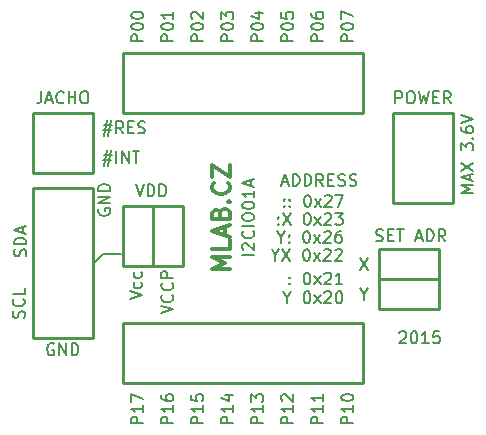
<source format=gbr>
G04 #@! TF.FileFunction,Legend,Top*
%FSLAX46Y46*%
G04 Gerber Fmt 4.6, Leading zero omitted, Abs format (unit mm)*
G04 Created by KiCad (PCBNEW 0.201503110816+5502~22~ubuntu14.04.1-product) date St 11. březen 2015, 23:46:55 CET*
%MOMM*%
G01*
G04 APERTURE LIST*
%ADD10C,0.100000*%
%ADD11C,0.200000*%
%ADD12C,0.300000*%
%ADD13C,0.254000*%
G04 APERTURE END LIST*
D10*
D11*
X8509000Y7112000D02*
X10033000Y7112000D01*
X7747000Y6350000D02*
X8509000Y7112000D01*
X23344524Y9675857D02*
X23392143Y9628238D01*
X23344524Y9580619D01*
X23296905Y9628238D01*
X23344524Y9675857D01*
X23344524Y9580619D01*
X23344524Y10199667D02*
X23392143Y10152048D01*
X23344524Y10104429D01*
X23296905Y10152048D01*
X23344524Y10199667D01*
X23344524Y10104429D01*
X23725476Y10580619D02*
X24392143Y9580619D01*
X24392143Y10580619D02*
X23725476Y9580619D01*
X25725476Y10580619D02*
X25820715Y10580619D01*
X25915953Y10533000D01*
X25963572Y10485381D01*
X26011191Y10390143D01*
X26058810Y10199667D01*
X26058810Y9961571D01*
X26011191Y9771095D01*
X25963572Y9675857D01*
X25915953Y9628238D01*
X25820715Y9580619D01*
X25725476Y9580619D01*
X25630238Y9628238D01*
X25582619Y9675857D01*
X25535000Y9771095D01*
X25487381Y9961571D01*
X25487381Y10199667D01*
X25535000Y10390143D01*
X25582619Y10485381D01*
X25630238Y10533000D01*
X25725476Y10580619D01*
X26392143Y9580619D02*
X26915953Y10247286D01*
X26392143Y10247286D02*
X26915953Y9580619D01*
X27249286Y10485381D02*
X27296905Y10533000D01*
X27392143Y10580619D01*
X27630239Y10580619D01*
X27725477Y10533000D01*
X27773096Y10485381D01*
X27820715Y10390143D01*
X27820715Y10294905D01*
X27773096Y10152048D01*
X27201667Y9580619D01*
X27820715Y9580619D01*
X28154048Y10580619D02*
X28773096Y10580619D01*
X28439762Y10199667D01*
X28582620Y10199667D01*
X28677858Y10152048D01*
X28725477Y10104429D01*
X28773096Y10009190D01*
X28773096Y9771095D01*
X28725477Y9675857D01*
X28677858Y9628238D01*
X28582620Y9580619D01*
X28296905Y9580619D01*
X28201667Y9628238D01*
X28154048Y9675857D01*
X10755381Y3270238D02*
X11755381Y3603571D01*
X10755381Y3936905D01*
X11707762Y4698810D02*
X11755381Y4603572D01*
X11755381Y4413095D01*
X11707762Y4317857D01*
X11660143Y4270238D01*
X11564905Y4222619D01*
X11279190Y4222619D01*
X11183952Y4270238D01*
X11136333Y4317857D01*
X11088714Y4413095D01*
X11088714Y4603572D01*
X11136333Y4698810D01*
X11707762Y5555953D02*
X11755381Y5460715D01*
X11755381Y5270238D01*
X11707762Y5175000D01*
X11660143Y5127381D01*
X11564905Y5079762D01*
X11279190Y5079762D01*
X11183952Y5127381D01*
X11136333Y5175000D01*
X11088714Y5270238D01*
X11088714Y5460715D01*
X11136333Y5555953D01*
X13422381Y2080095D02*
X14422381Y2413428D01*
X13422381Y2746762D01*
X14327143Y3651524D02*
X14374762Y3603905D01*
X14422381Y3461048D01*
X14422381Y3365810D01*
X14374762Y3222952D01*
X14279524Y3127714D01*
X14184286Y3080095D01*
X13993810Y3032476D01*
X13850952Y3032476D01*
X13660476Y3080095D01*
X13565238Y3127714D01*
X13470000Y3222952D01*
X13422381Y3365810D01*
X13422381Y3461048D01*
X13470000Y3603905D01*
X13517619Y3651524D01*
X14327143Y4651524D02*
X14374762Y4603905D01*
X14422381Y4461048D01*
X14422381Y4365810D01*
X14374762Y4222952D01*
X14279524Y4127714D01*
X14184286Y4080095D01*
X13993810Y4032476D01*
X13850952Y4032476D01*
X13660476Y4080095D01*
X13565238Y4127714D01*
X13470000Y4222952D01*
X13422381Y4365810D01*
X13422381Y4461048D01*
X13470000Y4603905D01*
X13517619Y4651524D01*
X14422381Y5080095D02*
X13422381Y5080095D01*
X13422381Y5461048D01*
X13470000Y5556286D01*
X13517619Y5603905D01*
X13612857Y5651524D01*
X13755714Y5651524D01*
X13850952Y5603905D01*
X13898571Y5556286D01*
X13946190Y5461048D01*
X13946190Y5080095D01*
X11271238Y12993619D02*
X11604571Y11993619D01*
X11937905Y12993619D01*
X12271238Y11993619D02*
X12271238Y12993619D01*
X12509333Y12993619D01*
X12652191Y12946000D01*
X12747429Y12850762D01*
X12795048Y12755524D01*
X12842667Y12565048D01*
X12842667Y12422190D01*
X12795048Y12231714D01*
X12747429Y12136476D01*
X12652191Y12041238D01*
X12509333Y11993619D01*
X12271238Y11993619D01*
X13271238Y11993619D02*
X13271238Y12993619D01*
X13509333Y12993619D01*
X13652191Y12946000D01*
X13747429Y12850762D01*
X13795048Y12755524D01*
X13842667Y12565048D01*
X13842667Y12422190D01*
X13795048Y12231714D01*
X13747429Y12136476D01*
X13652191Y12041238D01*
X13509333Y11993619D01*
X13271238Y11993619D01*
X33591714Y452381D02*
X33639333Y500000D01*
X33734571Y547619D01*
X33972667Y547619D01*
X34067905Y500000D01*
X34115524Y452381D01*
X34163143Y357143D01*
X34163143Y261905D01*
X34115524Y119048D01*
X33544095Y-452381D01*
X34163143Y-452381D01*
X34782190Y547619D02*
X34877429Y547619D01*
X34972667Y500000D01*
X35020286Y452381D01*
X35067905Y357143D01*
X35115524Y166667D01*
X35115524Y-71429D01*
X35067905Y-261905D01*
X35020286Y-357143D01*
X34972667Y-404762D01*
X34877429Y-452381D01*
X34782190Y-452381D01*
X34686952Y-404762D01*
X34639333Y-357143D01*
X34591714Y-261905D01*
X34544095Y-71429D01*
X34544095Y166667D01*
X34591714Y357143D01*
X34639333Y452381D01*
X34686952Y500000D01*
X34782190Y547619D01*
X36067905Y-452381D02*
X35496476Y-452381D01*
X35782190Y-452381D02*
X35782190Y547619D01*
X35686952Y404762D01*
X35591714Y309524D01*
X35496476Y261905D01*
X36972667Y547619D02*
X36496476Y547619D01*
X36448857Y71429D01*
X36496476Y119048D01*
X36591714Y166667D01*
X36829810Y166667D01*
X36925048Y119048D01*
X36972667Y71429D01*
X37020286Y-23810D01*
X37020286Y-261905D01*
X36972667Y-357143D01*
X36925048Y-404762D01*
X36829810Y-452381D01*
X36591714Y-452381D01*
X36496476Y-404762D01*
X36448857Y-357143D01*
X3246667Y20867619D02*
X3246667Y20153333D01*
X3199047Y20010476D01*
X3103809Y19915238D01*
X2960952Y19867619D01*
X2865714Y19867619D01*
X3675238Y20153333D02*
X4151429Y20153333D01*
X3580000Y19867619D02*
X3913333Y20867619D01*
X4246667Y19867619D01*
X5151429Y19962857D02*
X5103810Y19915238D01*
X4960953Y19867619D01*
X4865715Y19867619D01*
X4722857Y19915238D01*
X4627619Y20010476D01*
X4580000Y20105714D01*
X4532381Y20296190D01*
X4532381Y20439048D01*
X4580000Y20629524D01*
X4627619Y20724762D01*
X4722857Y20820000D01*
X4865715Y20867619D01*
X4960953Y20867619D01*
X5103810Y20820000D01*
X5151429Y20772381D01*
X5580000Y19867619D02*
X5580000Y20867619D01*
X5580000Y20391429D02*
X6151429Y20391429D01*
X6151429Y19867619D02*
X6151429Y20867619D01*
X6818095Y20867619D02*
X7008572Y20867619D01*
X7103810Y20820000D01*
X7199048Y20724762D01*
X7246667Y20534286D01*
X7246667Y20200952D01*
X7199048Y20010476D01*
X7103810Y19915238D01*
X7008572Y19867619D01*
X6818095Y19867619D01*
X6722857Y19915238D01*
X6627619Y20010476D01*
X6580000Y20200952D01*
X6580000Y20534286D01*
X6627619Y20724762D01*
X6722857Y20820000D01*
X6818095Y20867619D01*
X21280381Y7040953D02*
X20280381Y7040953D01*
X20375619Y7469524D02*
X20328000Y7517143D01*
X20280381Y7612381D01*
X20280381Y7850477D01*
X20328000Y7945715D01*
X20375619Y7993334D01*
X20470857Y8040953D01*
X20566095Y8040953D01*
X20708952Y7993334D01*
X21280381Y7421905D01*
X21280381Y8040953D01*
X21185143Y9040953D02*
X21232762Y8993334D01*
X21280381Y8850477D01*
X21280381Y8755239D01*
X21232762Y8612381D01*
X21137524Y8517143D01*
X21042286Y8469524D01*
X20851810Y8421905D01*
X20708952Y8421905D01*
X20518476Y8469524D01*
X20423238Y8517143D01*
X20328000Y8612381D01*
X20280381Y8755239D01*
X20280381Y8850477D01*
X20328000Y8993334D01*
X20375619Y9040953D01*
X21280381Y9469524D02*
X20280381Y9469524D01*
X20280381Y10136190D02*
X20280381Y10326667D01*
X20328000Y10421905D01*
X20423238Y10517143D01*
X20613714Y10564762D01*
X20947048Y10564762D01*
X21137524Y10517143D01*
X21232762Y10421905D01*
X21280381Y10326667D01*
X21280381Y10136190D01*
X21232762Y10040952D01*
X21137524Y9945714D01*
X20947048Y9898095D01*
X20613714Y9898095D01*
X20423238Y9945714D01*
X20328000Y10040952D01*
X20280381Y10136190D01*
X20280381Y11183809D02*
X20280381Y11279048D01*
X20328000Y11374286D01*
X20375619Y11421905D01*
X20470857Y11469524D01*
X20661333Y11517143D01*
X20899429Y11517143D01*
X21089905Y11469524D01*
X21185143Y11421905D01*
X21232762Y11374286D01*
X21280381Y11279048D01*
X21280381Y11183809D01*
X21232762Y11088571D01*
X21185143Y11040952D01*
X21089905Y10993333D01*
X20899429Y10945714D01*
X20661333Y10945714D01*
X20470857Y10993333D01*
X20375619Y11040952D01*
X20328000Y11088571D01*
X20280381Y11183809D01*
X21280381Y12469524D02*
X21280381Y11898095D01*
X21280381Y12183809D02*
X20280381Y12183809D01*
X20423238Y12088571D01*
X20518476Y11993333D01*
X20566095Y11898095D01*
X20994667Y12850476D02*
X20994667Y13326667D01*
X21280381Y12755238D02*
X20280381Y13088571D01*
X21280381Y13421905D01*
D12*
X19220571Y5838572D02*
X17720571Y5838572D01*
X18792000Y6338572D01*
X17720571Y6838572D01*
X19220571Y6838572D01*
X19220571Y8267144D02*
X19220571Y7552858D01*
X17720571Y7552858D01*
X18792000Y8695715D02*
X18792000Y9410001D01*
X19220571Y8552858D02*
X17720571Y9052858D01*
X19220571Y9552858D01*
X18434857Y10552858D02*
X18506286Y10767144D01*
X18577714Y10838572D01*
X18720571Y10910001D01*
X18934857Y10910001D01*
X19077714Y10838572D01*
X19149143Y10767144D01*
X19220571Y10624286D01*
X19220571Y10052858D01*
X17720571Y10052858D01*
X17720571Y10552858D01*
X17792000Y10695715D01*
X17863429Y10767144D01*
X18006286Y10838572D01*
X18149143Y10838572D01*
X18292000Y10767144D01*
X18363429Y10695715D01*
X18434857Y10552858D01*
X18434857Y10052858D01*
X19077714Y11552858D02*
X19149143Y11624286D01*
X19220571Y11552858D01*
X19149143Y11481429D01*
X19077714Y11552858D01*
X19220571Y11552858D01*
X19077714Y13124287D02*
X19149143Y13052858D01*
X19220571Y12838572D01*
X19220571Y12695715D01*
X19149143Y12481430D01*
X19006286Y12338572D01*
X18863429Y12267144D01*
X18577714Y12195715D01*
X18363429Y12195715D01*
X18077714Y12267144D01*
X17934857Y12338572D01*
X17792000Y12481430D01*
X17720571Y12695715D01*
X17720571Y12838572D01*
X17792000Y13052858D01*
X17863429Y13124287D01*
X17720571Y13624287D02*
X17720571Y14624287D01*
X19220571Y13624287D01*
X19220571Y14624287D01*
D11*
X29662381Y25130095D02*
X28662381Y25130095D01*
X28662381Y25511048D01*
X28710000Y25606286D01*
X28757619Y25653905D01*
X28852857Y25701524D01*
X28995714Y25701524D01*
X29090952Y25653905D01*
X29138571Y25606286D01*
X29186190Y25511048D01*
X29186190Y25130095D01*
X28662381Y26320571D02*
X28662381Y26415810D01*
X28710000Y26511048D01*
X28757619Y26558667D01*
X28852857Y26606286D01*
X29043333Y26653905D01*
X29281429Y26653905D01*
X29471905Y26606286D01*
X29567143Y26558667D01*
X29614762Y26511048D01*
X29662381Y26415810D01*
X29662381Y26320571D01*
X29614762Y26225333D01*
X29567143Y26177714D01*
X29471905Y26130095D01*
X29281429Y26082476D01*
X29043333Y26082476D01*
X28852857Y26130095D01*
X28757619Y26177714D01*
X28710000Y26225333D01*
X28662381Y26320571D01*
X28662381Y26987238D02*
X28662381Y27653905D01*
X29662381Y27225333D01*
X27122381Y25130095D02*
X26122381Y25130095D01*
X26122381Y25511048D01*
X26170000Y25606286D01*
X26217619Y25653905D01*
X26312857Y25701524D01*
X26455714Y25701524D01*
X26550952Y25653905D01*
X26598571Y25606286D01*
X26646190Y25511048D01*
X26646190Y25130095D01*
X26122381Y26320571D02*
X26122381Y26415810D01*
X26170000Y26511048D01*
X26217619Y26558667D01*
X26312857Y26606286D01*
X26503333Y26653905D01*
X26741429Y26653905D01*
X26931905Y26606286D01*
X27027143Y26558667D01*
X27074762Y26511048D01*
X27122381Y26415810D01*
X27122381Y26320571D01*
X27074762Y26225333D01*
X27027143Y26177714D01*
X26931905Y26130095D01*
X26741429Y26082476D01*
X26503333Y26082476D01*
X26312857Y26130095D01*
X26217619Y26177714D01*
X26170000Y26225333D01*
X26122381Y26320571D01*
X26122381Y27511048D02*
X26122381Y27320571D01*
X26170000Y27225333D01*
X26217619Y27177714D01*
X26360476Y27082476D01*
X26550952Y27034857D01*
X26931905Y27034857D01*
X27027143Y27082476D01*
X27074762Y27130095D01*
X27122381Y27225333D01*
X27122381Y27415810D01*
X27074762Y27511048D01*
X27027143Y27558667D01*
X26931905Y27606286D01*
X26693810Y27606286D01*
X26598571Y27558667D01*
X26550952Y27511048D01*
X26503333Y27415810D01*
X26503333Y27225333D01*
X26550952Y27130095D01*
X26598571Y27082476D01*
X26693810Y27034857D01*
X24582381Y25130095D02*
X23582381Y25130095D01*
X23582381Y25511048D01*
X23630000Y25606286D01*
X23677619Y25653905D01*
X23772857Y25701524D01*
X23915714Y25701524D01*
X24010952Y25653905D01*
X24058571Y25606286D01*
X24106190Y25511048D01*
X24106190Y25130095D01*
X23582381Y26320571D02*
X23582381Y26415810D01*
X23630000Y26511048D01*
X23677619Y26558667D01*
X23772857Y26606286D01*
X23963333Y26653905D01*
X24201429Y26653905D01*
X24391905Y26606286D01*
X24487143Y26558667D01*
X24534762Y26511048D01*
X24582381Y26415810D01*
X24582381Y26320571D01*
X24534762Y26225333D01*
X24487143Y26177714D01*
X24391905Y26130095D01*
X24201429Y26082476D01*
X23963333Y26082476D01*
X23772857Y26130095D01*
X23677619Y26177714D01*
X23630000Y26225333D01*
X23582381Y26320571D01*
X23582381Y27558667D02*
X23582381Y27082476D01*
X24058571Y27034857D01*
X24010952Y27082476D01*
X23963333Y27177714D01*
X23963333Y27415810D01*
X24010952Y27511048D01*
X24058571Y27558667D01*
X24153810Y27606286D01*
X24391905Y27606286D01*
X24487143Y27558667D01*
X24534762Y27511048D01*
X24582381Y27415810D01*
X24582381Y27177714D01*
X24534762Y27082476D01*
X24487143Y27034857D01*
X22042381Y25130095D02*
X21042381Y25130095D01*
X21042381Y25511048D01*
X21090000Y25606286D01*
X21137619Y25653905D01*
X21232857Y25701524D01*
X21375714Y25701524D01*
X21470952Y25653905D01*
X21518571Y25606286D01*
X21566190Y25511048D01*
X21566190Y25130095D01*
X21042381Y26320571D02*
X21042381Y26415810D01*
X21090000Y26511048D01*
X21137619Y26558667D01*
X21232857Y26606286D01*
X21423333Y26653905D01*
X21661429Y26653905D01*
X21851905Y26606286D01*
X21947143Y26558667D01*
X21994762Y26511048D01*
X22042381Y26415810D01*
X22042381Y26320571D01*
X21994762Y26225333D01*
X21947143Y26177714D01*
X21851905Y26130095D01*
X21661429Y26082476D01*
X21423333Y26082476D01*
X21232857Y26130095D01*
X21137619Y26177714D01*
X21090000Y26225333D01*
X21042381Y26320571D01*
X21375714Y27511048D02*
X22042381Y27511048D01*
X20994762Y27272952D02*
X21709048Y27034857D01*
X21709048Y27653905D01*
X19502381Y25130095D02*
X18502381Y25130095D01*
X18502381Y25511048D01*
X18550000Y25606286D01*
X18597619Y25653905D01*
X18692857Y25701524D01*
X18835714Y25701524D01*
X18930952Y25653905D01*
X18978571Y25606286D01*
X19026190Y25511048D01*
X19026190Y25130095D01*
X18502381Y26320571D02*
X18502381Y26415810D01*
X18550000Y26511048D01*
X18597619Y26558667D01*
X18692857Y26606286D01*
X18883333Y26653905D01*
X19121429Y26653905D01*
X19311905Y26606286D01*
X19407143Y26558667D01*
X19454762Y26511048D01*
X19502381Y26415810D01*
X19502381Y26320571D01*
X19454762Y26225333D01*
X19407143Y26177714D01*
X19311905Y26130095D01*
X19121429Y26082476D01*
X18883333Y26082476D01*
X18692857Y26130095D01*
X18597619Y26177714D01*
X18550000Y26225333D01*
X18502381Y26320571D01*
X18502381Y26987238D02*
X18502381Y27606286D01*
X18883333Y27272952D01*
X18883333Y27415810D01*
X18930952Y27511048D01*
X18978571Y27558667D01*
X19073810Y27606286D01*
X19311905Y27606286D01*
X19407143Y27558667D01*
X19454762Y27511048D01*
X19502381Y27415810D01*
X19502381Y27130095D01*
X19454762Y27034857D01*
X19407143Y26987238D01*
X16962381Y25130095D02*
X15962381Y25130095D01*
X15962381Y25511048D01*
X16010000Y25606286D01*
X16057619Y25653905D01*
X16152857Y25701524D01*
X16295714Y25701524D01*
X16390952Y25653905D01*
X16438571Y25606286D01*
X16486190Y25511048D01*
X16486190Y25130095D01*
X15962381Y26320571D02*
X15962381Y26415810D01*
X16010000Y26511048D01*
X16057619Y26558667D01*
X16152857Y26606286D01*
X16343333Y26653905D01*
X16581429Y26653905D01*
X16771905Y26606286D01*
X16867143Y26558667D01*
X16914762Y26511048D01*
X16962381Y26415810D01*
X16962381Y26320571D01*
X16914762Y26225333D01*
X16867143Y26177714D01*
X16771905Y26130095D01*
X16581429Y26082476D01*
X16343333Y26082476D01*
X16152857Y26130095D01*
X16057619Y26177714D01*
X16010000Y26225333D01*
X15962381Y26320571D01*
X16057619Y27034857D02*
X16010000Y27082476D01*
X15962381Y27177714D01*
X15962381Y27415810D01*
X16010000Y27511048D01*
X16057619Y27558667D01*
X16152857Y27606286D01*
X16248095Y27606286D01*
X16390952Y27558667D01*
X16962381Y26987238D01*
X16962381Y27606286D01*
X14422381Y25130095D02*
X13422381Y25130095D01*
X13422381Y25511048D01*
X13470000Y25606286D01*
X13517619Y25653905D01*
X13612857Y25701524D01*
X13755714Y25701524D01*
X13850952Y25653905D01*
X13898571Y25606286D01*
X13946190Y25511048D01*
X13946190Y25130095D01*
X13422381Y26320571D02*
X13422381Y26415810D01*
X13470000Y26511048D01*
X13517619Y26558667D01*
X13612857Y26606286D01*
X13803333Y26653905D01*
X14041429Y26653905D01*
X14231905Y26606286D01*
X14327143Y26558667D01*
X14374762Y26511048D01*
X14422381Y26415810D01*
X14422381Y26320571D01*
X14374762Y26225333D01*
X14327143Y26177714D01*
X14231905Y26130095D01*
X14041429Y26082476D01*
X13803333Y26082476D01*
X13612857Y26130095D01*
X13517619Y26177714D01*
X13470000Y26225333D01*
X13422381Y26320571D01*
X14422381Y27606286D02*
X14422381Y27034857D01*
X14422381Y27320571D02*
X13422381Y27320571D01*
X13565238Y27225333D01*
X13660476Y27130095D01*
X13708095Y27034857D01*
X11882381Y25130095D02*
X10882381Y25130095D01*
X10882381Y25511048D01*
X10930000Y25606286D01*
X10977619Y25653905D01*
X11072857Y25701524D01*
X11215714Y25701524D01*
X11310952Y25653905D01*
X11358571Y25606286D01*
X11406190Y25511048D01*
X11406190Y25130095D01*
X10882381Y26320571D02*
X10882381Y26415810D01*
X10930000Y26511048D01*
X10977619Y26558667D01*
X11072857Y26606286D01*
X11263333Y26653905D01*
X11501429Y26653905D01*
X11691905Y26606286D01*
X11787143Y26558667D01*
X11834762Y26511048D01*
X11882381Y26415810D01*
X11882381Y26320571D01*
X11834762Y26225333D01*
X11787143Y26177714D01*
X11691905Y26130095D01*
X11501429Y26082476D01*
X11263333Y26082476D01*
X11072857Y26130095D01*
X10977619Y26177714D01*
X10930000Y26225333D01*
X10882381Y26320571D01*
X10882381Y27272952D02*
X10882381Y27368191D01*
X10930000Y27463429D01*
X10977619Y27511048D01*
X11072857Y27558667D01*
X11263333Y27606286D01*
X11501429Y27606286D01*
X11691905Y27558667D01*
X11787143Y27511048D01*
X11834762Y27463429D01*
X11882381Y27368191D01*
X11882381Y27272952D01*
X11834762Y27177714D01*
X11787143Y27130095D01*
X11691905Y27082476D01*
X11501429Y27034857D01*
X11263333Y27034857D01*
X11072857Y27082476D01*
X10977619Y27130095D01*
X10930000Y27177714D01*
X10882381Y27272952D01*
X29662381Y-7238667D02*
X28662381Y-7238667D01*
X28662381Y-6857714D01*
X28710000Y-6762476D01*
X28757619Y-6714857D01*
X28852857Y-6667238D01*
X28995714Y-6667238D01*
X29090952Y-6714857D01*
X29138571Y-6762476D01*
X29186190Y-6857714D01*
X29186190Y-7238667D01*
X29662381Y-5714857D02*
X29662381Y-6286286D01*
X29662381Y-6000572D02*
X28662381Y-6000572D01*
X28805238Y-6095810D01*
X28900476Y-6191048D01*
X28948095Y-6286286D01*
X28662381Y-5095810D02*
X28662381Y-5000571D01*
X28710000Y-4905333D01*
X28757619Y-4857714D01*
X28852857Y-4810095D01*
X29043333Y-4762476D01*
X29281429Y-4762476D01*
X29471905Y-4810095D01*
X29567143Y-4857714D01*
X29614762Y-4905333D01*
X29662381Y-5000571D01*
X29662381Y-5095810D01*
X29614762Y-5191048D01*
X29567143Y-5238667D01*
X29471905Y-5286286D01*
X29281429Y-5333905D01*
X29043333Y-5333905D01*
X28852857Y-5286286D01*
X28757619Y-5238667D01*
X28710000Y-5191048D01*
X28662381Y-5095810D01*
X27122381Y-7238667D02*
X26122381Y-7238667D01*
X26122381Y-6857714D01*
X26170000Y-6762476D01*
X26217619Y-6714857D01*
X26312857Y-6667238D01*
X26455714Y-6667238D01*
X26550952Y-6714857D01*
X26598571Y-6762476D01*
X26646190Y-6857714D01*
X26646190Y-7238667D01*
X27122381Y-5714857D02*
X27122381Y-6286286D01*
X27122381Y-6000572D02*
X26122381Y-6000572D01*
X26265238Y-6095810D01*
X26360476Y-6191048D01*
X26408095Y-6286286D01*
X27122381Y-4762476D02*
X27122381Y-5333905D01*
X27122381Y-5048191D02*
X26122381Y-5048191D01*
X26265238Y-5143429D01*
X26360476Y-5238667D01*
X26408095Y-5333905D01*
X24582381Y-7238667D02*
X23582381Y-7238667D01*
X23582381Y-6857714D01*
X23630000Y-6762476D01*
X23677619Y-6714857D01*
X23772857Y-6667238D01*
X23915714Y-6667238D01*
X24010952Y-6714857D01*
X24058571Y-6762476D01*
X24106190Y-6857714D01*
X24106190Y-7238667D01*
X24582381Y-5714857D02*
X24582381Y-6286286D01*
X24582381Y-6000572D02*
X23582381Y-6000572D01*
X23725238Y-6095810D01*
X23820476Y-6191048D01*
X23868095Y-6286286D01*
X23677619Y-5333905D02*
X23630000Y-5286286D01*
X23582381Y-5191048D01*
X23582381Y-4952952D01*
X23630000Y-4857714D01*
X23677619Y-4810095D01*
X23772857Y-4762476D01*
X23868095Y-4762476D01*
X24010952Y-4810095D01*
X24582381Y-5381524D01*
X24582381Y-4762476D01*
X22042381Y-7238667D02*
X21042381Y-7238667D01*
X21042381Y-6857714D01*
X21090000Y-6762476D01*
X21137619Y-6714857D01*
X21232857Y-6667238D01*
X21375714Y-6667238D01*
X21470952Y-6714857D01*
X21518571Y-6762476D01*
X21566190Y-6857714D01*
X21566190Y-7238667D01*
X22042381Y-5714857D02*
X22042381Y-6286286D01*
X22042381Y-6000572D02*
X21042381Y-6000572D01*
X21185238Y-6095810D01*
X21280476Y-6191048D01*
X21328095Y-6286286D01*
X21042381Y-5381524D02*
X21042381Y-4762476D01*
X21423333Y-5095810D01*
X21423333Y-4952952D01*
X21470952Y-4857714D01*
X21518571Y-4810095D01*
X21613810Y-4762476D01*
X21851905Y-4762476D01*
X21947143Y-4810095D01*
X21994762Y-4857714D01*
X22042381Y-4952952D01*
X22042381Y-5238667D01*
X21994762Y-5333905D01*
X21947143Y-5381524D01*
X19502381Y-7238667D02*
X18502381Y-7238667D01*
X18502381Y-6857714D01*
X18550000Y-6762476D01*
X18597619Y-6714857D01*
X18692857Y-6667238D01*
X18835714Y-6667238D01*
X18930952Y-6714857D01*
X18978571Y-6762476D01*
X19026190Y-6857714D01*
X19026190Y-7238667D01*
X19502381Y-5714857D02*
X19502381Y-6286286D01*
X19502381Y-6000572D02*
X18502381Y-6000572D01*
X18645238Y-6095810D01*
X18740476Y-6191048D01*
X18788095Y-6286286D01*
X18835714Y-4857714D02*
X19502381Y-4857714D01*
X18454762Y-5095810D02*
X19169048Y-5333905D01*
X19169048Y-4714857D01*
X16962381Y-7238667D02*
X15962381Y-7238667D01*
X15962381Y-6857714D01*
X16010000Y-6762476D01*
X16057619Y-6714857D01*
X16152857Y-6667238D01*
X16295714Y-6667238D01*
X16390952Y-6714857D01*
X16438571Y-6762476D01*
X16486190Y-6857714D01*
X16486190Y-7238667D01*
X16962381Y-5714857D02*
X16962381Y-6286286D01*
X16962381Y-6000572D02*
X15962381Y-6000572D01*
X16105238Y-6095810D01*
X16200476Y-6191048D01*
X16248095Y-6286286D01*
X15962381Y-4810095D02*
X15962381Y-5286286D01*
X16438571Y-5333905D01*
X16390952Y-5286286D01*
X16343333Y-5191048D01*
X16343333Y-4952952D01*
X16390952Y-4857714D01*
X16438571Y-4810095D01*
X16533810Y-4762476D01*
X16771905Y-4762476D01*
X16867143Y-4810095D01*
X16914762Y-4857714D01*
X16962381Y-4952952D01*
X16962381Y-5191048D01*
X16914762Y-5286286D01*
X16867143Y-5333905D01*
X14422381Y-7238667D02*
X13422381Y-7238667D01*
X13422381Y-6857714D01*
X13470000Y-6762476D01*
X13517619Y-6714857D01*
X13612857Y-6667238D01*
X13755714Y-6667238D01*
X13850952Y-6714857D01*
X13898571Y-6762476D01*
X13946190Y-6857714D01*
X13946190Y-7238667D01*
X14422381Y-5714857D02*
X14422381Y-6286286D01*
X14422381Y-6000572D02*
X13422381Y-6000572D01*
X13565238Y-6095810D01*
X13660476Y-6191048D01*
X13708095Y-6286286D01*
X13422381Y-4857714D02*
X13422381Y-5048191D01*
X13470000Y-5143429D01*
X13517619Y-5191048D01*
X13660476Y-5286286D01*
X13850952Y-5333905D01*
X14231905Y-5333905D01*
X14327143Y-5286286D01*
X14374762Y-5238667D01*
X14422381Y-5143429D01*
X14422381Y-4952952D01*
X14374762Y-4857714D01*
X14327143Y-4810095D01*
X14231905Y-4762476D01*
X13993810Y-4762476D01*
X13898571Y-4810095D01*
X13850952Y-4857714D01*
X13803333Y-4952952D01*
X13803333Y-5143429D01*
X13850952Y-5238667D01*
X13898571Y-5286286D01*
X13993810Y-5333905D01*
X11882381Y-7238667D02*
X10882381Y-7238667D01*
X10882381Y-6857714D01*
X10930000Y-6762476D01*
X10977619Y-6714857D01*
X11072857Y-6667238D01*
X11215714Y-6667238D01*
X11310952Y-6714857D01*
X11358571Y-6762476D01*
X11406190Y-6857714D01*
X11406190Y-7238667D01*
X11882381Y-5714857D02*
X11882381Y-6286286D01*
X11882381Y-6000572D02*
X10882381Y-6000572D01*
X11025238Y-6095810D01*
X11120476Y-6191048D01*
X11168095Y-6286286D01*
X10882381Y-5381524D02*
X10882381Y-4714857D01*
X11882381Y-5143429D01*
X39822381Y12255905D02*
X38822381Y12255905D01*
X39536667Y12589239D01*
X38822381Y12922572D01*
X39822381Y12922572D01*
X39536667Y13351143D02*
X39536667Y13827334D01*
X39822381Y13255905D02*
X38822381Y13589238D01*
X39822381Y13922572D01*
X38822381Y14160667D02*
X39822381Y14827334D01*
X38822381Y14827334D02*
X39822381Y14160667D01*
X38822381Y15874953D02*
X38822381Y16494001D01*
X39203333Y16160667D01*
X39203333Y16303525D01*
X39250952Y16398763D01*
X39298571Y16446382D01*
X39393810Y16494001D01*
X39631905Y16494001D01*
X39727143Y16446382D01*
X39774762Y16398763D01*
X39822381Y16303525D01*
X39822381Y16017810D01*
X39774762Y15922572D01*
X39727143Y15874953D01*
X39727143Y16922572D02*
X39774762Y16970191D01*
X39822381Y16922572D01*
X39774762Y16874953D01*
X39727143Y16922572D01*
X39822381Y16922572D01*
X38822381Y17827334D02*
X38822381Y17636857D01*
X38870000Y17541619D01*
X38917619Y17494000D01*
X39060476Y17398762D01*
X39250952Y17351143D01*
X39631905Y17351143D01*
X39727143Y17398762D01*
X39774762Y17446381D01*
X39822381Y17541619D01*
X39822381Y17732096D01*
X39774762Y17827334D01*
X39727143Y17874953D01*
X39631905Y17922572D01*
X39393810Y17922572D01*
X39298571Y17874953D01*
X39250952Y17827334D01*
X39203333Y17732096D01*
X39203333Y17541619D01*
X39250952Y17446381D01*
X39298571Y17398762D01*
X39393810Y17351143D01*
X38822381Y18208286D02*
X39822381Y18541619D01*
X38822381Y18874953D01*
X33250476Y19867619D02*
X33250476Y20867619D01*
X33631429Y20867619D01*
X33726667Y20820000D01*
X33774286Y20772381D01*
X33821905Y20677143D01*
X33821905Y20534286D01*
X33774286Y20439048D01*
X33726667Y20391429D01*
X33631429Y20343810D01*
X33250476Y20343810D01*
X34440952Y20867619D02*
X34631429Y20867619D01*
X34726667Y20820000D01*
X34821905Y20724762D01*
X34869524Y20534286D01*
X34869524Y20200952D01*
X34821905Y20010476D01*
X34726667Y19915238D01*
X34631429Y19867619D01*
X34440952Y19867619D01*
X34345714Y19915238D01*
X34250476Y20010476D01*
X34202857Y20200952D01*
X34202857Y20534286D01*
X34250476Y20724762D01*
X34345714Y20820000D01*
X34440952Y20867619D01*
X35202857Y20867619D02*
X35440952Y19867619D01*
X35631429Y20581905D01*
X35821905Y19867619D01*
X36060000Y20867619D01*
X36440952Y20391429D02*
X36774286Y20391429D01*
X36917143Y19867619D02*
X36440952Y19867619D01*
X36440952Y20867619D01*
X36917143Y20867619D01*
X37917143Y19867619D02*
X37583809Y20343810D01*
X37345714Y19867619D02*
X37345714Y20867619D01*
X37726667Y20867619D01*
X37821905Y20820000D01*
X37869524Y20772381D01*
X37917143Y20677143D01*
X37917143Y20534286D01*
X37869524Y20439048D01*
X37821905Y20391429D01*
X37726667Y20343810D01*
X37345714Y20343810D01*
X1801762Y1714476D02*
X1849381Y1857333D01*
X1849381Y2095429D01*
X1801762Y2190667D01*
X1754143Y2238286D01*
X1658905Y2285905D01*
X1563667Y2285905D01*
X1468429Y2238286D01*
X1420810Y2190667D01*
X1373190Y2095429D01*
X1325571Y1904952D01*
X1277952Y1809714D01*
X1230333Y1762095D01*
X1135095Y1714476D01*
X1039857Y1714476D01*
X944619Y1762095D01*
X897000Y1809714D01*
X849381Y1904952D01*
X849381Y2143048D01*
X897000Y2285905D01*
X1754143Y3285905D02*
X1801762Y3238286D01*
X1849381Y3095429D01*
X1849381Y3000191D01*
X1801762Y2857333D01*
X1706524Y2762095D01*
X1611286Y2714476D01*
X1420810Y2666857D01*
X1277952Y2666857D01*
X1087476Y2714476D01*
X992238Y2762095D01*
X897000Y2857333D01*
X849381Y3000191D01*
X849381Y3095429D01*
X897000Y3238286D01*
X944619Y3285905D01*
X1849381Y4190667D02*
X1849381Y3714476D01*
X849381Y3714476D01*
X1928762Y6921476D02*
X1976381Y7064333D01*
X1976381Y7302429D01*
X1928762Y7397667D01*
X1881143Y7445286D01*
X1785905Y7492905D01*
X1690667Y7492905D01*
X1595429Y7445286D01*
X1547810Y7397667D01*
X1500190Y7302429D01*
X1452571Y7111952D01*
X1404952Y7016714D01*
X1357333Y6969095D01*
X1262095Y6921476D01*
X1166857Y6921476D01*
X1071619Y6969095D01*
X1024000Y7016714D01*
X976381Y7111952D01*
X976381Y7350048D01*
X1024000Y7492905D01*
X1976381Y7921476D02*
X976381Y7921476D01*
X976381Y8159571D01*
X1024000Y8302429D01*
X1119238Y8397667D01*
X1214476Y8445286D01*
X1404952Y8492905D01*
X1547810Y8492905D01*
X1738286Y8445286D01*
X1833524Y8397667D01*
X1928762Y8302429D01*
X1976381Y8159571D01*
X1976381Y7921476D01*
X1690667Y8873857D02*
X1690667Y9350048D01*
X1976381Y8778619D02*
X976381Y9111952D01*
X1976381Y9445286D01*
X8136000Y10921905D02*
X8088381Y10826667D01*
X8088381Y10683810D01*
X8136000Y10540952D01*
X8231238Y10445714D01*
X8326476Y10398095D01*
X8516952Y10350476D01*
X8659810Y10350476D01*
X8850286Y10398095D01*
X8945524Y10445714D01*
X9040762Y10540952D01*
X9088381Y10683810D01*
X9088381Y10779048D01*
X9040762Y10921905D01*
X8993143Y10969524D01*
X8659810Y10969524D01*
X8659810Y10779048D01*
X9088381Y11398095D02*
X8088381Y11398095D01*
X9088381Y11969524D01*
X8088381Y11969524D01*
X9088381Y12445714D02*
X8088381Y12445714D01*
X8088381Y12683809D01*
X8136000Y12826667D01*
X8231238Y12921905D01*
X8326476Y12969524D01*
X8516952Y13017143D01*
X8659810Y13017143D01*
X8850286Y12969524D01*
X8945524Y12921905D01*
X9040762Y12826667D01*
X9088381Y12683809D01*
X9088381Y12445714D01*
X4318096Y-516000D02*
X4222858Y-468381D01*
X4080001Y-468381D01*
X3937143Y-516000D01*
X3841905Y-611238D01*
X3794286Y-706476D01*
X3746667Y-896952D01*
X3746667Y-1039810D01*
X3794286Y-1230286D01*
X3841905Y-1325524D01*
X3937143Y-1420762D01*
X4080001Y-1468381D01*
X4175239Y-1468381D01*
X4318096Y-1420762D01*
X4365715Y-1373143D01*
X4365715Y-1039810D01*
X4175239Y-1039810D01*
X4794286Y-1468381D02*
X4794286Y-468381D01*
X5365715Y-1468381D01*
X5365715Y-468381D01*
X5841905Y-1468381D02*
X5841905Y-468381D01*
X6080000Y-468381D01*
X6222858Y-516000D01*
X6318096Y-611238D01*
X6365715Y-706476D01*
X6413334Y-896952D01*
X6413334Y-1039810D01*
X6365715Y-1230286D01*
X6318096Y-1325524D01*
X6222858Y-1420762D01*
X6080000Y-1468381D01*
X5841905Y-1468381D01*
X8572476Y15454286D02*
X9286762Y15454286D01*
X8858190Y15882857D02*
X8572476Y14597143D01*
X9191524Y15025714D02*
X8477238Y15025714D01*
X8905810Y14597143D02*
X9191524Y15882857D01*
X9620095Y14787619D02*
X9620095Y15787619D01*
X10096285Y14787619D02*
X10096285Y15787619D01*
X10667714Y14787619D01*
X10667714Y15787619D01*
X11001047Y15787619D02*
X11572476Y15787619D01*
X11286761Y14787619D02*
X11286761Y15787619D01*
X8572476Y17994286D02*
X9286762Y17994286D01*
X8858190Y18422857D02*
X8572476Y17137143D01*
X9191524Y17565714D02*
X8477238Y17565714D01*
X8905810Y17137143D02*
X9191524Y18422857D01*
X10191524Y17327619D02*
X9858190Y17803810D01*
X9620095Y17327619D02*
X9620095Y18327619D01*
X10001048Y18327619D01*
X10096286Y18280000D01*
X10143905Y18232381D01*
X10191524Y18137143D01*
X10191524Y17994286D01*
X10143905Y17899048D01*
X10096286Y17851429D01*
X10001048Y17803810D01*
X9620095Y17803810D01*
X10620095Y17851429D02*
X10953429Y17851429D01*
X11096286Y17327619D02*
X10620095Y17327619D01*
X10620095Y18327619D01*
X11096286Y18327619D01*
X11477238Y17375238D02*
X11620095Y17327619D01*
X11858191Y17327619D01*
X11953429Y17375238D01*
X12001048Y17422857D01*
X12048667Y17518095D01*
X12048667Y17613333D01*
X12001048Y17708571D01*
X11953429Y17756190D01*
X11858191Y17803810D01*
X11667714Y17851429D01*
X11572476Y17899048D01*
X11524857Y17946667D01*
X11477238Y18041905D01*
X11477238Y18137143D01*
X11524857Y18232381D01*
X11572476Y18280000D01*
X11667714Y18327619D01*
X11905810Y18327619D01*
X12048667Y18280000D01*
X24289333Y4633857D02*
X24336952Y4586238D01*
X24289333Y4538619D01*
X24241714Y4586238D01*
X24289333Y4633857D01*
X24289333Y4538619D01*
X24289333Y5157667D02*
X24336952Y5110048D01*
X24289333Y5062429D01*
X24241714Y5110048D01*
X24289333Y5157667D01*
X24289333Y5062429D01*
X25717904Y5538619D02*
X25813143Y5538619D01*
X25908381Y5491000D01*
X25956000Y5443381D01*
X26003619Y5348143D01*
X26051238Y5157667D01*
X26051238Y4919571D01*
X26003619Y4729095D01*
X25956000Y4633857D01*
X25908381Y4586238D01*
X25813143Y4538619D01*
X25717904Y4538619D01*
X25622666Y4586238D01*
X25575047Y4633857D01*
X25527428Y4729095D01*
X25479809Y4919571D01*
X25479809Y5157667D01*
X25527428Y5348143D01*
X25575047Y5443381D01*
X25622666Y5491000D01*
X25717904Y5538619D01*
X26384571Y4538619D02*
X26908381Y5205286D01*
X26384571Y5205286D02*
X26908381Y4538619D01*
X27241714Y5443381D02*
X27289333Y5491000D01*
X27384571Y5538619D01*
X27622667Y5538619D01*
X27717905Y5491000D01*
X27765524Y5443381D01*
X27813143Y5348143D01*
X27813143Y5252905D01*
X27765524Y5110048D01*
X27194095Y4538619D01*
X27813143Y4538619D01*
X28765524Y4538619D02*
X28194095Y4538619D01*
X28479809Y4538619D02*
X28479809Y5538619D01*
X28384571Y5395762D01*
X28289333Y5300524D01*
X28194095Y5252905D01*
X24098856Y3414810D02*
X24098856Y2938619D01*
X23765523Y3938619D02*
X24098856Y3414810D01*
X24432190Y3938619D01*
X25717904Y3938619D02*
X25813143Y3938619D01*
X25908381Y3891000D01*
X25956000Y3843381D01*
X26003619Y3748143D01*
X26051238Y3557667D01*
X26051238Y3319571D01*
X26003619Y3129095D01*
X25956000Y3033857D01*
X25908381Y2986238D01*
X25813143Y2938619D01*
X25717904Y2938619D01*
X25622666Y2986238D01*
X25575047Y3033857D01*
X25527428Y3129095D01*
X25479809Y3319571D01*
X25479809Y3557667D01*
X25527428Y3748143D01*
X25575047Y3843381D01*
X25622666Y3891000D01*
X25717904Y3938619D01*
X26384571Y2938619D02*
X26908381Y3605286D01*
X26384571Y3605286D02*
X26908381Y2938619D01*
X27241714Y3843381D02*
X27289333Y3891000D01*
X27384571Y3938619D01*
X27622667Y3938619D01*
X27717905Y3891000D01*
X27765524Y3843381D01*
X27813143Y3748143D01*
X27813143Y3652905D01*
X27765524Y3510048D01*
X27194095Y2938619D01*
X27813143Y2938619D01*
X28432190Y3938619D02*
X28527429Y3938619D01*
X28622667Y3891000D01*
X28670286Y3843381D01*
X28717905Y3748143D01*
X28765524Y3557667D01*
X28765524Y3319571D01*
X28717905Y3129095D01*
X28670286Y3033857D01*
X28622667Y2986238D01*
X28527429Y2938619D01*
X28432190Y2938619D01*
X28336952Y2986238D01*
X28289333Y3033857D01*
X28241714Y3129095D01*
X28194095Y3319571D01*
X28194095Y3557667D01*
X28241714Y3748143D01*
X28289333Y3843381D01*
X28336952Y3891000D01*
X28432190Y3938619D01*
X23654143Y13168333D02*
X24130334Y13168333D01*
X23558905Y12882619D02*
X23892238Y13882619D01*
X24225572Y12882619D01*
X24558905Y12882619D02*
X24558905Y13882619D01*
X24797000Y13882619D01*
X24939858Y13835000D01*
X25035096Y13739762D01*
X25082715Y13644524D01*
X25130334Y13454048D01*
X25130334Y13311190D01*
X25082715Y13120714D01*
X25035096Y13025476D01*
X24939858Y12930238D01*
X24797000Y12882619D01*
X24558905Y12882619D01*
X25558905Y12882619D02*
X25558905Y13882619D01*
X25797000Y13882619D01*
X25939858Y13835000D01*
X26035096Y13739762D01*
X26082715Y13644524D01*
X26130334Y13454048D01*
X26130334Y13311190D01*
X26082715Y13120714D01*
X26035096Y13025476D01*
X25939858Y12930238D01*
X25797000Y12882619D01*
X25558905Y12882619D01*
X27130334Y12882619D02*
X26797000Y13358810D01*
X26558905Y12882619D02*
X26558905Y13882619D01*
X26939858Y13882619D01*
X27035096Y13835000D01*
X27082715Y13787381D01*
X27130334Y13692143D01*
X27130334Y13549286D01*
X27082715Y13454048D01*
X27035096Y13406429D01*
X26939858Y13358810D01*
X26558905Y13358810D01*
X27558905Y13406429D02*
X27892239Y13406429D01*
X28035096Y12882619D02*
X27558905Y12882619D01*
X27558905Y13882619D01*
X28035096Y13882619D01*
X28416048Y12930238D02*
X28558905Y12882619D01*
X28797001Y12882619D01*
X28892239Y12930238D01*
X28939858Y12977857D01*
X28987477Y13073095D01*
X28987477Y13168333D01*
X28939858Y13263571D01*
X28892239Y13311190D01*
X28797001Y13358810D01*
X28606524Y13406429D01*
X28511286Y13454048D01*
X28463667Y13501667D01*
X28416048Y13596905D01*
X28416048Y13692143D01*
X28463667Y13787381D01*
X28511286Y13835000D01*
X28606524Y13882619D01*
X28844620Y13882619D01*
X28987477Y13835000D01*
X29368429Y12930238D02*
X29511286Y12882619D01*
X29749382Y12882619D01*
X29844620Y12930238D01*
X29892239Y12977857D01*
X29939858Y13073095D01*
X29939858Y13168333D01*
X29892239Y13263571D01*
X29844620Y13311190D01*
X29749382Y13358810D01*
X29558905Y13406429D01*
X29463667Y13454048D01*
X29416048Y13501667D01*
X29368429Y13596905D01*
X29368429Y13692143D01*
X29416048Y13787381D01*
X29463667Y13835000D01*
X29558905Y13882619D01*
X29797001Y13882619D01*
X29939858Y13835000D01*
X31615428Y8231238D02*
X31758285Y8183619D01*
X31996381Y8183619D01*
X32091619Y8231238D01*
X32139238Y8278857D01*
X32186857Y8374095D01*
X32186857Y8469333D01*
X32139238Y8564571D01*
X32091619Y8612190D01*
X31996381Y8659810D01*
X31805904Y8707429D01*
X31710666Y8755048D01*
X31663047Y8802667D01*
X31615428Y8897905D01*
X31615428Y8993143D01*
X31663047Y9088381D01*
X31710666Y9136000D01*
X31805904Y9183619D01*
X32044000Y9183619D01*
X32186857Y9136000D01*
X32615428Y8707429D02*
X32948762Y8707429D01*
X33091619Y8183619D02*
X32615428Y8183619D01*
X32615428Y9183619D01*
X33091619Y9183619D01*
X33377333Y9183619D02*
X33948762Y9183619D01*
X33663047Y8183619D02*
X33663047Y9183619D01*
X34996381Y8469333D02*
X35472572Y8469333D01*
X34901143Y8183619D02*
X35234476Y9183619D01*
X35567810Y8183619D01*
X35901143Y8183619D02*
X35901143Y9183619D01*
X36139238Y9183619D01*
X36282096Y9136000D01*
X36377334Y9040762D01*
X36424953Y8945524D01*
X36472572Y8755048D01*
X36472572Y8612190D01*
X36424953Y8421714D01*
X36377334Y8326476D01*
X36282096Y8231238D01*
X36139238Y8183619D01*
X35901143Y8183619D01*
X37472572Y8183619D02*
X37139238Y8659810D01*
X36901143Y8183619D02*
X36901143Y9183619D01*
X37282096Y9183619D01*
X37377334Y9136000D01*
X37424953Y9088381D01*
X37472572Y8993143D01*
X37472572Y8850286D01*
X37424953Y8755048D01*
X37377334Y8707429D01*
X37282096Y8659810D01*
X36901143Y8659810D01*
X23090523Y7008810D02*
X23090523Y6532619D01*
X22757190Y7532619D02*
X23090523Y7008810D01*
X23423857Y7532619D01*
X23661952Y7532619D02*
X24328619Y6532619D01*
X24328619Y7532619D02*
X23661952Y6532619D01*
X25661952Y7532619D02*
X25757191Y7532619D01*
X25852429Y7485000D01*
X25900048Y7437381D01*
X25947667Y7342143D01*
X25995286Y7151667D01*
X25995286Y6913571D01*
X25947667Y6723095D01*
X25900048Y6627857D01*
X25852429Y6580238D01*
X25757191Y6532619D01*
X25661952Y6532619D01*
X25566714Y6580238D01*
X25519095Y6627857D01*
X25471476Y6723095D01*
X25423857Y6913571D01*
X25423857Y7151667D01*
X25471476Y7342143D01*
X25519095Y7437381D01*
X25566714Y7485000D01*
X25661952Y7532619D01*
X26328619Y6532619D02*
X26852429Y7199286D01*
X26328619Y7199286D02*
X26852429Y6532619D01*
X27185762Y7437381D02*
X27233381Y7485000D01*
X27328619Y7532619D01*
X27566715Y7532619D01*
X27661953Y7485000D01*
X27709572Y7437381D01*
X27757191Y7342143D01*
X27757191Y7246905D01*
X27709572Y7104048D01*
X27138143Y6532619D01*
X27757191Y6532619D01*
X28138143Y7437381D02*
X28185762Y7485000D01*
X28281000Y7532619D01*
X28519096Y7532619D01*
X28614334Y7485000D01*
X28661953Y7437381D01*
X28709572Y7342143D01*
X28709572Y7246905D01*
X28661953Y7104048D01*
X28090524Y6532619D01*
X28709572Y6532619D01*
X23582619Y8532810D02*
X23582619Y8056619D01*
X23249286Y9056619D02*
X23582619Y8532810D01*
X23915953Y9056619D01*
X24249286Y8151857D02*
X24296905Y8104238D01*
X24249286Y8056619D01*
X24201667Y8104238D01*
X24249286Y8151857D01*
X24249286Y8056619D01*
X24249286Y8675667D02*
X24296905Y8628048D01*
X24249286Y8580429D01*
X24201667Y8628048D01*
X24249286Y8675667D01*
X24249286Y8580429D01*
X25677857Y9056619D02*
X25773096Y9056619D01*
X25868334Y9009000D01*
X25915953Y8961381D01*
X25963572Y8866143D01*
X26011191Y8675667D01*
X26011191Y8437571D01*
X25963572Y8247095D01*
X25915953Y8151857D01*
X25868334Y8104238D01*
X25773096Y8056619D01*
X25677857Y8056619D01*
X25582619Y8104238D01*
X25535000Y8151857D01*
X25487381Y8247095D01*
X25439762Y8437571D01*
X25439762Y8675667D01*
X25487381Y8866143D01*
X25535000Y8961381D01*
X25582619Y9009000D01*
X25677857Y9056619D01*
X26344524Y8056619D02*
X26868334Y8723286D01*
X26344524Y8723286D02*
X26868334Y8056619D01*
X27201667Y8961381D02*
X27249286Y9009000D01*
X27344524Y9056619D01*
X27582620Y9056619D01*
X27677858Y9009000D01*
X27725477Y8961381D01*
X27773096Y8866143D01*
X27773096Y8770905D01*
X27725477Y8628048D01*
X27154048Y8056619D01*
X27773096Y8056619D01*
X28630239Y9056619D02*
X28439762Y9056619D01*
X28344524Y9009000D01*
X28296905Y8961381D01*
X28201667Y8818524D01*
X28154048Y8628048D01*
X28154048Y8247095D01*
X28201667Y8151857D01*
X28249286Y8104238D01*
X28344524Y8056619D01*
X28535001Y8056619D01*
X28630239Y8104238D01*
X28677858Y8151857D01*
X28725477Y8247095D01*
X28725477Y8485190D01*
X28677858Y8580429D01*
X28630239Y8628048D01*
X28535001Y8675667D01*
X28344524Y8675667D01*
X28249286Y8628048D01*
X28201667Y8580429D01*
X28154048Y8485190D01*
X23836619Y11199857D02*
X23884238Y11152238D01*
X23836619Y11104619D01*
X23789000Y11152238D01*
X23836619Y11199857D01*
X23836619Y11104619D01*
X23836619Y11723667D02*
X23884238Y11676048D01*
X23836619Y11628429D01*
X23789000Y11676048D01*
X23836619Y11723667D01*
X23836619Y11628429D01*
X24312809Y11199857D02*
X24360428Y11152238D01*
X24312809Y11104619D01*
X24265190Y11152238D01*
X24312809Y11199857D01*
X24312809Y11104619D01*
X24312809Y11723667D02*
X24360428Y11676048D01*
X24312809Y11628429D01*
X24265190Y11676048D01*
X24312809Y11723667D01*
X24312809Y11628429D01*
X25741380Y12104619D02*
X25836619Y12104619D01*
X25931857Y12057000D01*
X25979476Y12009381D01*
X26027095Y11914143D01*
X26074714Y11723667D01*
X26074714Y11485571D01*
X26027095Y11295095D01*
X25979476Y11199857D01*
X25931857Y11152238D01*
X25836619Y11104619D01*
X25741380Y11104619D01*
X25646142Y11152238D01*
X25598523Y11199857D01*
X25550904Y11295095D01*
X25503285Y11485571D01*
X25503285Y11723667D01*
X25550904Y11914143D01*
X25598523Y12009381D01*
X25646142Y12057000D01*
X25741380Y12104619D01*
X26408047Y11104619D02*
X26931857Y11771286D01*
X26408047Y11771286D02*
X26931857Y11104619D01*
X27265190Y12009381D02*
X27312809Y12057000D01*
X27408047Y12104619D01*
X27646143Y12104619D01*
X27741381Y12057000D01*
X27789000Y12009381D01*
X27836619Y11914143D01*
X27836619Y11818905D01*
X27789000Y11676048D01*
X27217571Y11104619D01*
X27836619Y11104619D01*
X28169952Y12104619D02*
X28836619Y12104619D01*
X28408047Y11104619D01*
X30607000Y3706810D02*
X30607000Y3230619D01*
X30273667Y4230619D02*
X30607000Y3706810D01*
X30940334Y4230619D01*
X30273667Y6770619D02*
X30940334Y5770619D01*
X30940334Y6770619D02*
X30273667Y5770619D01*
D13*
X38100000Y11430000D02*
X38100000Y19050000D01*
X38100000Y19050000D02*
X33020000Y19050000D01*
X33020000Y19050000D02*
X33020000Y13970000D01*
X38100000Y11430000D02*
X35560000Y11430000D01*
X33020000Y11430000D02*
X35560000Y11430000D01*
X33020000Y13970000D02*
X33020000Y11430000D01*
X10160000Y6096000D02*
X10160000Y8636000D01*
X12700000Y8636000D02*
X12700000Y11176000D01*
X12700000Y11176000D02*
X10160000Y11176000D01*
X10160000Y8636000D02*
X10160000Y11176000D01*
X10160000Y6096000D02*
X12700000Y6096000D01*
X12700000Y6096000D02*
X12700000Y8636000D01*
X2540000Y19050000D02*
X2540000Y13970000D01*
X7620000Y19050000D02*
X7620000Y13970000D01*
X2540000Y13970000D02*
X7620000Y13970000D01*
X2540000Y19050000D02*
X5080000Y19050000D01*
X7620000Y19050000D02*
X5080000Y19050000D01*
X2540000Y2540000D02*
X2540000Y3810000D01*
X2540000Y0D02*
X2540000Y2540000D01*
X7620000Y12700000D02*
X2540000Y12700000D01*
X2540000Y10160000D02*
X2540000Y12700000D01*
X7620000Y10160000D02*
X7620000Y12700000D01*
X7620000Y10160000D02*
X7620000Y12700000D01*
X2540000Y10160000D02*
X2540000Y12700000D01*
X7620000Y12700000D02*
X2540000Y12700000D01*
X2540000Y8890000D02*
X2540000Y11430000D01*
X7620000Y5080000D02*
X7620000Y7620000D01*
X7620000Y5080000D02*
X7620000Y7620000D01*
X2540000Y8890000D02*
X2540000Y11430000D01*
X2540000Y8890000D02*
X2540000Y11430000D01*
X7620000Y7620000D02*
X7620000Y10160000D01*
X7620000Y7620000D02*
X7620000Y10160000D01*
X2540000Y8890000D02*
X2540000Y11430000D01*
X7620000Y0D02*
X7620000Y7620000D01*
X2540000Y11430000D02*
X2540000Y6350000D01*
X7620000Y0D02*
X5080000Y0D01*
X2540000Y0D02*
X5080000Y0D01*
X2540000Y6350000D02*
X2540000Y3810000D01*
X15240000Y11176000D02*
X15240000Y8636000D01*
X12700000Y8636000D02*
X12700000Y6096000D01*
X12700000Y6096000D02*
X15240000Y6096000D01*
X15240000Y8636000D02*
X15240000Y6096000D01*
X15240000Y11176000D02*
X12700000Y11176000D01*
X12700000Y11176000D02*
X12700000Y8636000D01*
X15240000Y24130000D02*
X12700000Y24130000D01*
X20320000Y24130000D02*
X15240000Y24130000D01*
X17780000Y24130000D02*
X20320000Y24130000D01*
X17780000Y24130000D02*
X20320000Y24130000D01*
X17780000Y24130000D02*
X20320000Y24130000D01*
X17780000Y24130000D02*
X20320000Y24130000D01*
X15240000Y24130000D02*
X12700000Y24130000D01*
X15240000Y24130000D02*
X12700000Y24130000D01*
X15240000Y24130000D02*
X12700000Y24130000D01*
X20320000Y24130000D02*
X17780000Y24130000D01*
X20320000Y24130000D02*
X17780000Y24130000D01*
X21590000Y24130000D02*
X19050000Y24130000D01*
X30480000Y19050000D02*
X30480000Y24130000D01*
X27940000Y24130000D02*
X30480000Y24130000D01*
X27940000Y19050000D02*
X30480000Y19050000D01*
X27940000Y19050000D02*
X30480000Y19050000D01*
X27940000Y24130000D02*
X30480000Y24130000D01*
X30480000Y19050000D02*
X30480000Y24130000D01*
X25400000Y24130000D02*
X27940000Y24130000D01*
X25400000Y19050000D02*
X27940000Y19050000D01*
X25400000Y19050000D02*
X27940000Y19050000D01*
X25400000Y24130000D02*
X27940000Y24130000D01*
X27940000Y24130000D02*
X30480000Y24130000D01*
X22860000Y19050000D02*
X25400000Y19050000D01*
X22860000Y19050000D02*
X25400000Y19050000D01*
X27940000Y24130000D02*
X30480000Y24130000D01*
X17780000Y24130000D02*
X19050000Y24130000D01*
X10160000Y24130000D02*
X12700000Y24130000D01*
X25400000Y24130000D02*
X27940000Y24130000D01*
X20320000Y19050000D02*
X22860000Y19050000D01*
X20320000Y19050000D02*
X22860000Y19050000D01*
X25400000Y24130000D02*
X27940000Y24130000D01*
X24130000Y24130000D02*
X26670000Y24130000D01*
X15240000Y19050000D02*
X17780000Y19050000D01*
X15240000Y19050000D02*
X17780000Y19050000D01*
X24130000Y24130000D02*
X26670000Y24130000D01*
X24130000Y24130000D02*
X26670000Y24130000D01*
X17780000Y19050000D02*
X20320000Y19050000D01*
X17780000Y19050000D02*
X20320000Y19050000D01*
X24130000Y24130000D02*
X26670000Y24130000D01*
X10160000Y19050000D02*
X17780000Y19050000D01*
X26670000Y24130000D02*
X21590000Y24130000D01*
X10160000Y19050000D02*
X10160000Y21590000D01*
X10160000Y24130000D02*
X10160000Y21590000D01*
X21590000Y24130000D02*
X19050000Y24130000D01*
X25400000Y-3810000D02*
X27940000Y-3810000D01*
X20320000Y-3810000D02*
X25400000Y-3810000D01*
X22860000Y-3810000D02*
X20320000Y-3810000D01*
X22860000Y-3810000D02*
X20320000Y-3810000D01*
X22860000Y-3810000D02*
X20320000Y-3810000D01*
X22860000Y-3810000D02*
X20320000Y-3810000D01*
X25400000Y-3810000D02*
X27940000Y-3810000D01*
X25400000Y-3810000D02*
X27940000Y-3810000D01*
X25400000Y-3810000D02*
X27940000Y-3810000D01*
X20320000Y-3810000D02*
X22860000Y-3810000D01*
X20320000Y-3810000D02*
X22860000Y-3810000D01*
X19050000Y-3810000D02*
X21590000Y-3810000D01*
X10160000Y1270000D02*
X10160000Y-3810000D01*
X12700000Y-3810000D02*
X10160000Y-3810000D01*
X12700000Y1270000D02*
X10160000Y1270000D01*
X12700000Y1270000D02*
X10160000Y1270000D01*
X12700000Y-3810000D02*
X10160000Y-3810000D01*
X10160000Y1270000D02*
X10160000Y-3810000D01*
X15240000Y-3810000D02*
X12700000Y-3810000D01*
X15240000Y1270000D02*
X12700000Y1270000D01*
X15240000Y1270000D02*
X12700000Y1270000D01*
X15240000Y-3810000D02*
X12700000Y-3810000D01*
X12700000Y-3810000D02*
X10160000Y-3810000D01*
X17780000Y1270000D02*
X15240000Y1270000D01*
X17780000Y1270000D02*
X15240000Y1270000D01*
X12700000Y-3810000D02*
X10160000Y-3810000D01*
X22860000Y-3810000D02*
X21590000Y-3810000D01*
X30480000Y-3810000D02*
X27940000Y-3810000D01*
X15240000Y-3810000D02*
X12700000Y-3810000D01*
X20320000Y1270000D02*
X17780000Y1270000D01*
X20320000Y1270000D02*
X17780000Y1270000D01*
X15240000Y-3810000D02*
X12700000Y-3810000D01*
X16510000Y-3810000D02*
X13970000Y-3810000D01*
X25400000Y1270000D02*
X22860000Y1270000D01*
X25400000Y1270000D02*
X22860000Y1270000D01*
X16510000Y-3810000D02*
X13970000Y-3810000D01*
X16510000Y-3810000D02*
X13970000Y-3810000D01*
X22860000Y1270000D02*
X20320000Y1270000D01*
X22860000Y1270000D02*
X20320000Y1270000D01*
X16510000Y-3810000D02*
X13970000Y-3810000D01*
X30480000Y1270000D02*
X22860000Y1270000D01*
X13970000Y-3810000D02*
X19050000Y-3810000D01*
X30480000Y1270000D02*
X30480000Y-1270000D01*
X30480000Y-3810000D02*
X30480000Y-1270000D01*
X19050000Y-3810000D02*
X21590000Y-3810000D01*
X31877000Y7493000D02*
X34417000Y7493000D01*
X34417000Y4953000D02*
X36957000Y4953000D01*
X36957000Y4953000D02*
X36957000Y7493000D01*
X34417000Y7493000D02*
X36957000Y7493000D01*
X31877000Y7493000D02*
X31877000Y4953000D01*
X31877000Y4953000D02*
X34417000Y4953000D01*
X36957000Y2413000D02*
X34417000Y2413000D01*
X34417000Y4953000D02*
X31877000Y4953000D01*
X31877000Y4953000D02*
X31877000Y2413000D01*
X34417000Y2413000D02*
X31877000Y2413000D01*
X36957000Y2413000D02*
X36957000Y4953000D01*
X36957000Y4953000D02*
X34417000Y4953000D01*
M02*

</source>
